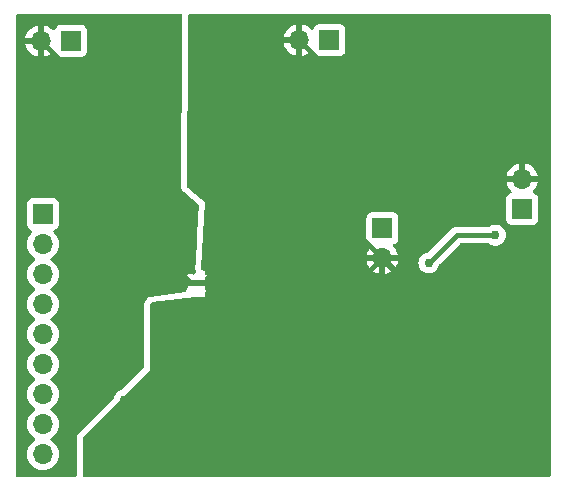
<source format=gbr>
%TF.GenerationSoftware,KiCad,Pcbnew,8.0.5*%
%TF.CreationDate,2024-10-20T10:55:42-04:00*%
%TF.ProjectId,power_glitcher,706f7765-725f-4676-9c69-74636865722e,rev?*%
%TF.SameCoordinates,Original*%
%TF.FileFunction,Copper,L2,Bot*%
%TF.FilePolarity,Positive*%
%FSLAX46Y46*%
G04 Gerber Fmt 4.6, Leading zero omitted, Abs format (unit mm)*
G04 Created by KiCad (PCBNEW 8.0.5) date 2024-10-20 10:55:42*
%MOMM*%
%LPD*%
G01*
G04 APERTURE LIST*
%TA.AperFunction,EtchedComponent*%
%ADD10C,0.000000*%
%TD*%
%TA.AperFunction,ComponentPad*%
%ADD11R,1.700000X1.700000*%
%TD*%
%TA.AperFunction,ComponentPad*%
%ADD12O,1.700000X1.700000*%
%TD*%
%TA.AperFunction,SMDPad,CuDef*%
%ADD13C,0.500000*%
%TD*%
%TA.AperFunction,ViaPad*%
%ADD14C,0.762000*%
%TD*%
%TA.AperFunction,ViaPad*%
%ADD15C,1.270000*%
%TD*%
%TA.AperFunction,Conductor*%
%ADD16C,0.381000*%
%TD*%
%TA.AperFunction,Conductor*%
%ADD17C,0.254000*%
%TD*%
%TA.AperFunction,Conductor*%
%ADD18C,0.508000*%
%TD*%
G04 APERTURE END LIST*
D10*
%TA.AperFunction,EtchedComponent*%
%TO.C,NT1*%
G36*
X96620000Y-77340000D02*
G01*
X95620000Y-77340000D01*
X95620000Y-76840000D01*
X96620000Y-76840000D01*
X96620000Y-77340000D01*
G37*
%TD.AperFunction*%
%TD*%
D11*
%TO.P,J5,1,Pin_1*%
%TO.N,Net-(J5-Pin_1)*%
X111810800Y-72440800D03*
D12*
%TO.P,J5,2,Pin_2*%
%TO.N,AGND*%
X111810800Y-74980800D03*
%TD*%
D11*
%TO.P,J4,1,Pin_1*%
%TO.N,/out*%
X123647200Y-70820200D03*
D12*
%TO.P,J4,2,Pin_2*%
%TO.N,AGND*%
X123647200Y-68280200D03*
%TD*%
D11*
%TO.P,J3,1,Pin_1*%
%TO.N,AVCC*%
X107325000Y-56515000D03*
D12*
%TO.P,J3,2,Pin_2*%
%TO.N,AGND*%
X104785000Y-56515000D03*
%TD*%
D11*
%TO.P,J2,1,Pin_1*%
%TO.N,DVCC*%
X85450600Y-56565800D03*
D12*
%TO.P,J2,2,Pin_2*%
%TO.N,DGND*%
X82910600Y-56565800D03*
%TD*%
D11*
%TO.P,J1,1,Pin_1*%
%TO.N,Net-(J1-Pin_1)*%
X83058000Y-71247000D03*
D12*
%TO.P,J1,2,Pin_2*%
%TO.N,Net-(J1-Pin_2)*%
X83058000Y-73787000D03*
%TO.P,J1,3,Pin_3*%
%TO.N,Net-(J1-Pin_3)*%
X83058000Y-76327000D03*
%TO.P,J1,4,Pin_4*%
%TO.N,Net-(J1-Pin_4)*%
X83058000Y-78867000D03*
%TO.P,J1,5,Pin_5*%
%TO.N,Net-(J1-Pin_5)*%
X83058000Y-81407000D03*
%TO.P,J1,6,Pin_6*%
%TO.N,Net-(J1-Pin_6)*%
X83058000Y-83947000D03*
%TO.P,J1,7,Pin_7*%
%TO.N,Net-(J1-Pin_7)*%
X83058000Y-86487000D03*
%TO.P,J1,8,Pin_8*%
%TO.N,Net-(J1-Pin_8)*%
X83058000Y-89027000D03*
%TO.P,J1,9,Pin_9*%
%TO.N,Net-(J1-Pin_9)*%
X83058000Y-91567000D03*
%TD*%
D13*
%TO.P,NT1,1,1*%
%TO.N,DGND*%
X95620000Y-77090000D03*
%TO.P,NT1,2,2*%
%TO.N,AGND*%
X96620000Y-77090000D03*
%TD*%
D14*
%TO.N,Net-(R1-Pad2)*%
X121380000Y-73020000D03*
X115740000Y-75370000D03*
%TO.N,AGND*%
X89930000Y-87000000D03*
D15*
X117880000Y-68780000D03*
X118417099Y-58709369D03*
D14*
X112520000Y-63680000D03*
X107480000Y-63890000D03*
D15*
X114210000Y-87440000D03*
D14*
X100100000Y-82680000D03*
X100830000Y-87390000D03*
X102060000Y-78360000D03*
X100290000Y-71950000D03*
X100100000Y-76900000D03*
X96126000Y-80946000D03*
%TO.N,DGND*%
X95100000Y-70810000D03*
X93218000Y-77114400D03*
X85344000Y-64363600D03*
X91389200Y-65430400D03*
%TD*%
D16*
%TO.N,AGND*%
X96126000Y-80946000D02*
X96092000Y-80946000D01*
D17*
X96126000Y-80946000D02*
X96135200Y-80946000D01*
X96135200Y-80946000D02*
X96164400Y-80975200D01*
D16*
X96092000Y-80946000D02*
X90038000Y-87000000D01*
X96126000Y-80946000D02*
X96126000Y-82686000D01*
X96126000Y-82686000D02*
X100830000Y-87390000D01*
%TO.N,Net-(R1-Pad2)*%
X121380000Y-73020000D02*
X118090000Y-73020000D01*
X118090000Y-73020000D02*
X115740000Y-75370000D01*
D17*
%TO.N,AGND*%
X89930000Y-87000000D02*
X90038000Y-87000000D01*
D18*
X96620000Y-77090000D02*
X99910000Y-77090000D01*
X99910000Y-77090000D02*
X100100000Y-76900000D01*
%TO.N,DGND*%
X93218000Y-77114400D02*
X95595600Y-77114400D01*
X95595600Y-77114400D02*
X95620000Y-77090000D01*
D16*
X82910600Y-56565800D02*
X85344000Y-58999200D01*
X85344000Y-58999200D02*
X85344000Y-64363600D01*
%TO.N,AGND*%
X111810800Y-74980800D02*
X107480000Y-70650000D01*
X107480000Y-70650000D02*
X107480000Y-63890000D01*
D18*
X117880000Y-68780000D02*
X118360000Y-68780000D01*
X118360000Y-68780000D02*
X118859800Y-68280200D01*
X118859800Y-68280200D02*
X123647200Y-68280200D01*
X118417099Y-58709369D02*
X123647200Y-63939470D01*
X123647200Y-63939470D02*
X123647200Y-68280200D01*
D16*
X107480000Y-63890000D02*
X112310000Y-63890000D01*
X112310000Y-63890000D02*
X112520000Y-63680000D01*
X112670000Y-63680000D02*
X112520000Y-63680000D01*
X113390000Y-63680000D02*
X112670000Y-63680000D01*
X118370000Y-58700000D02*
X113390000Y-63680000D01*
X107480000Y-63890000D02*
X107480000Y-59210000D01*
X107480000Y-59210000D02*
X104785000Y-56515000D01*
D18*
X114210000Y-87440000D02*
X114210000Y-77380000D01*
X114210000Y-77380000D02*
X111810800Y-74980800D01*
D16*
X100100000Y-82680000D02*
X98395200Y-80975200D01*
X98395200Y-80975200D02*
X96164400Y-80975200D01*
X102060000Y-78360000D02*
X108431600Y-78360000D01*
X108431600Y-78360000D02*
X111810800Y-74980800D01*
X102060000Y-78360000D02*
X101420400Y-78360000D01*
X101420400Y-78360000D02*
X100100000Y-77039600D01*
%TO.N,DGND*%
X95100000Y-70810000D02*
X95100000Y-75232400D01*
X95100000Y-75232400D02*
X93218000Y-77114400D01*
D17*
%TO.N,AGND*%
X100100000Y-76900000D02*
X100290000Y-76710000D01*
D16*
X100290000Y-76710000D02*
X100290000Y-71950000D01*
D17*
X100100000Y-76900000D02*
X100100000Y-77039600D01*
D16*
X100100000Y-77039600D02*
X96164400Y-80975200D01*
%TO.N,DGND*%
X85344000Y-64363600D02*
X90322400Y-64363600D01*
X90322400Y-64363600D02*
X91389200Y-65430400D01*
%TD*%
%TA.AperFunction,Conductor*%
%TO.N,DGND*%
G36*
X94805580Y-54317385D02*
G01*
X94851335Y-54370189D01*
X94862538Y-54422448D01*
X94851632Y-56224404D01*
X94851405Y-56261941D01*
X94849874Y-56514912D01*
X94774865Y-68907855D01*
X94774866Y-68907863D01*
X94780762Y-68987958D01*
X94780765Y-68987983D01*
X94786751Y-69026793D01*
X94786754Y-69026809D01*
X94802288Y-69092396D01*
X94805259Y-69104941D01*
X94868473Y-69234191D01*
X94907790Y-69291949D01*
X94907793Y-69291952D01*
X95004854Y-69398154D01*
X95004857Y-69398156D01*
X95705685Y-69973670D01*
X96118893Y-70312993D01*
X96222924Y-70398423D01*
X96262241Y-70456181D01*
X96268050Y-70500939D01*
X96213248Y-71515674D01*
X96117566Y-73287328D01*
X96005087Y-75369999D01*
X95980536Y-75824589D01*
X95980535Y-75824598D01*
X95980290Y-75829123D01*
X95979676Y-75867565D01*
X95980093Y-75886417D01*
X95982400Y-75924755D01*
X95982400Y-75924759D01*
X96013708Y-76052197D01*
X96010586Y-76121997D01*
X96003680Y-76138259D01*
X95926141Y-76289812D01*
X95878082Y-76340528D01*
X95810233Y-76357210D01*
X95788169Y-76354227D01*
X95787946Y-76354176D01*
X95620004Y-76335254D01*
X95619996Y-76335254D01*
X95452058Y-76354175D01*
X95452053Y-76354176D01*
X95293285Y-76409732D01*
X95671356Y-76787803D01*
X95172118Y-77763587D01*
X95172115Y-77763588D01*
X95169741Y-77768230D01*
X95121682Y-77818946D01*
X95076060Y-77834620D01*
X92208217Y-78224647D01*
X92208202Y-78224650D01*
X92162901Y-78234130D01*
X92137893Y-78239364D01*
X92120590Y-78244291D01*
X92104091Y-78248989D01*
X92036609Y-78273506D01*
X91914878Y-78350229D01*
X91861678Y-78395513D01*
X91766504Y-78503412D01*
X91766503Y-78503413D01*
X91766501Y-78503416D01*
X91705580Y-78633756D01*
X91705578Y-78633761D01*
X91685307Y-78700608D01*
X91685305Y-78700619D01*
X91663572Y-78842858D01*
X91616767Y-84150615D01*
X91596492Y-84217479D01*
X91581064Y-84236588D01*
X89721695Y-86122145D01*
X89660608Y-86156058D01*
X89659187Y-86156369D01*
X89656098Y-86157025D01*
X89486822Y-86232392D01*
X89336909Y-86341311D01*
X89336906Y-86341313D01*
X89212923Y-86479012D01*
X89120273Y-86639489D01*
X89120270Y-86639496D01*
X89084479Y-86749645D01*
X89054841Y-86798391D01*
X86115487Y-89779145D01*
X86081590Y-89817175D01*
X86065934Y-89836632D01*
X86065932Y-89836635D01*
X86036063Y-89877845D01*
X86036055Y-89877858D01*
X85975562Y-90008381D01*
X85975556Y-90008397D01*
X85956038Y-90073517D01*
X85955597Y-90074909D01*
X85955495Y-90075336D01*
X85934226Y-90217617D01*
X85934226Y-90217625D01*
X85916555Y-93380748D01*
X85915038Y-93380739D01*
X85900040Y-93442805D01*
X85849515Y-93491065D01*
X85792598Y-93504900D01*
X80888500Y-93504900D01*
X80821461Y-93485215D01*
X80775706Y-93432411D01*
X80764500Y-93380900D01*
X80764500Y-73786999D01*
X81702341Y-73786999D01*
X81702341Y-73787000D01*
X81722936Y-74022403D01*
X81722938Y-74022413D01*
X81784094Y-74250655D01*
X81784096Y-74250659D01*
X81784097Y-74250663D01*
X81853626Y-74399768D01*
X81883965Y-74464830D01*
X81883967Y-74464834D01*
X82019501Y-74658395D01*
X82019506Y-74658402D01*
X82186597Y-74825493D01*
X82186603Y-74825498D01*
X82372158Y-74955425D01*
X82415783Y-75010002D01*
X82422977Y-75079500D01*
X82391454Y-75141855D01*
X82372158Y-75158575D01*
X82186597Y-75288505D01*
X82019505Y-75455597D01*
X81883965Y-75649169D01*
X81883964Y-75649171D01*
X81784098Y-75863335D01*
X81784094Y-75863344D01*
X81722938Y-76091586D01*
X81722936Y-76091596D01*
X81702341Y-76326999D01*
X81702341Y-76327000D01*
X81722936Y-76562403D01*
X81722938Y-76562413D01*
X81784094Y-76790655D01*
X81784096Y-76790659D01*
X81784097Y-76790663D01*
X81845368Y-76922058D01*
X81883965Y-77004830D01*
X81883967Y-77004834D01*
X82019501Y-77198395D01*
X82019506Y-77198402D01*
X82186597Y-77365493D01*
X82186603Y-77365498D01*
X82372158Y-77495425D01*
X82415783Y-77550002D01*
X82422977Y-77619500D01*
X82391454Y-77681855D01*
X82372158Y-77698575D01*
X82186597Y-77828505D01*
X82019505Y-77995597D01*
X81883965Y-78189169D01*
X81883964Y-78189171D01*
X81784098Y-78403335D01*
X81784094Y-78403344D01*
X81722938Y-78631586D01*
X81722936Y-78631596D01*
X81702341Y-78866999D01*
X81702341Y-78867000D01*
X81722936Y-79102403D01*
X81722938Y-79102413D01*
X81784094Y-79330655D01*
X81784096Y-79330659D01*
X81784097Y-79330663D01*
X81883965Y-79544830D01*
X81883967Y-79544834D01*
X82019501Y-79738395D01*
X82019506Y-79738402D01*
X82186597Y-79905493D01*
X82186603Y-79905498D01*
X82372158Y-80035425D01*
X82415783Y-80090002D01*
X82422977Y-80159500D01*
X82391454Y-80221855D01*
X82372158Y-80238575D01*
X82186597Y-80368505D01*
X82019505Y-80535597D01*
X81883965Y-80729169D01*
X81883964Y-80729171D01*
X81784098Y-80943335D01*
X81784094Y-80943344D01*
X81722938Y-81171586D01*
X81722936Y-81171596D01*
X81702341Y-81406999D01*
X81702341Y-81407000D01*
X81722936Y-81642403D01*
X81722938Y-81642413D01*
X81784094Y-81870655D01*
X81784096Y-81870659D01*
X81784097Y-81870663D01*
X81883965Y-82084830D01*
X81883967Y-82084834D01*
X82019501Y-82278395D01*
X82019506Y-82278402D01*
X82186597Y-82445493D01*
X82186603Y-82445498D01*
X82372158Y-82575425D01*
X82415783Y-82630002D01*
X82422977Y-82699500D01*
X82391454Y-82761855D01*
X82372158Y-82778575D01*
X82186597Y-82908505D01*
X82019505Y-83075597D01*
X81883965Y-83269169D01*
X81883964Y-83269171D01*
X81784098Y-83483335D01*
X81784094Y-83483344D01*
X81722938Y-83711586D01*
X81722936Y-83711596D01*
X81702341Y-83946999D01*
X81702341Y-83947000D01*
X81722936Y-84182403D01*
X81722938Y-84182413D01*
X81784094Y-84410655D01*
X81784096Y-84410659D01*
X81784097Y-84410663D01*
X81883965Y-84624830D01*
X81883967Y-84624834D01*
X82019501Y-84818395D01*
X82019506Y-84818402D01*
X82186597Y-84985493D01*
X82186603Y-84985498D01*
X82372158Y-85115425D01*
X82415783Y-85170002D01*
X82422977Y-85239500D01*
X82391454Y-85301855D01*
X82372158Y-85318575D01*
X82186597Y-85448505D01*
X82019505Y-85615597D01*
X81883965Y-85809169D01*
X81883964Y-85809171D01*
X81784098Y-86023335D01*
X81784094Y-86023344D01*
X81722938Y-86251586D01*
X81722936Y-86251596D01*
X81702341Y-86486999D01*
X81702341Y-86487000D01*
X81722936Y-86722403D01*
X81722938Y-86722413D01*
X81784094Y-86950655D01*
X81784096Y-86950659D01*
X81784097Y-86950663D01*
X81883965Y-87164830D01*
X81883967Y-87164834D01*
X82019501Y-87358395D01*
X82019506Y-87358402D01*
X82186597Y-87525493D01*
X82186603Y-87525498D01*
X82372158Y-87655425D01*
X82415783Y-87710002D01*
X82422977Y-87779500D01*
X82391454Y-87841855D01*
X82372158Y-87858575D01*
X82186597Y-87988505D01*
X82019505Y-88155597D01*
X81883965Y-88349169D01*
X81883964Y-88349171D01*
X81784098Y-88563335D01*
X81784094Y-88563344D01*
X81722938Y-88791586D01*
X81722936Y-88791596D01*
X81702341Y-89026999D01*
X81702341Y-89027000D01*
X81722936Y-89262403D01*
X81722938Y-89262413D01*
X81784094Y-89490655D01*
X81784096Y-89490659D01*
X81784097Y-89490663D01*
X81883965Y-89704830D01*
X81883967Y-89704834D01*
X82019501Y-89898395D01*
X82019506Y-89898402D01*
X82186597Y-90065493D01*
X82186603Y-90065498D01*
X82372158Y-90195425D01*
X82415783Y-90250002D01*
X82422977Y-90319500D01*
X82391454Y-90381855D01*
X82372158Y-90398575D01*
X82186597Y-90528505D01*
X82019505Y-90695597D01*
X81883965Y-90889169D01*
X81883964Y-90889171D01*
X81784098Y-91103335D01*
X81784094Y-91103344D01*
X81722938Y-91331586D01*
X81722936Y-91331596D01*
X81702341Y-91566999D01*
X81702341Y-91567000D01*
X81722936Y-91802403D01*
X81722938Y-91802413D01*
X81784094Y-92030655D01*
X81784096Y-92030659D01*
X81784097Y-92030663D01*
X81883965Y-92244830D01*
X81883967Y-92244834D01*
X81992281Y-92399521D01*
X82019505Y-92438401D01*
X82186599Y-92605495D01*
X82283384Y-92673265D01*
X82380165Y-92741032D01*
X82380167Y-92741033D01*
X82380170Y-92741035D01*
X82594337Y-92840903D01*
X82822592Y-92902063D01*
X83010918Y-92918539D01*
X83057999Y-92922659D01*
X83058000Y-92922659D01*
X83058001Y-92922659D01*
X83097234Y-92919226D01*
X83293408Y-92902063D01*
X83521663Y-92840903D01*
X83735830Y-92741035D01*
X83929401Y-92605495D01*
X84096495Y-92438401D01*
X84232035Y-92244830D01*
X84331903Y-92030663D01*
X84393063Y-91802408D01*
X84413659Y-91567000D01*
X84393063Y-91331592D01*
X84331903Y-91103337D01*
X84232035Y-90889171D01*
X84096495Y-90695599D01*
X84096494Y-90695597D01*
X83929402Y-90528506D01*
X83929396Y-90528501D01*
X83743842Y-90398575D01*
X83700217Y-90343998D01*
X83693023Y-90274500D01*
X83724546Y-90212145D01*
X83743842Y-90195425D01*
X83766026Y-90179891D01*
X83929401Y-90065495D01*
X84096495Y-89898401D01*
X84232035Y-89704830D01*
X84331903Y-89490663D01*
X84393063Y-89262408D01*
X84413659Y-89027000D01*
X84393063Y-88791592D01*
X84331903Y-88563337D01*
X84232035Y-88349171D01*
X84096495Y-88155599D01*
X84096494Y-88155597D01*
X83929402Y-87988506D01*
X83929396Y-87988501D01*
X83743842Y-87858575D01*
X83700217Y-87803998D01*
X83693023Y-87734500D01*
X83724546Y-87672145D01*
X83743842Y-87655425D01*
X83766026Y-87639891D01*
X83929401Y-87525495D01*
X84096495Y-87358401D01*
X84232035Y-87164830D01*
X84331903Y-86950663D01*
X84393063Y-86722408D01*
X84413659Y-86487000D01*
X84393063Y-86251592D01*
X84331903Y-86023337D01*
X84232035Y-85809171D01*
X84096495Y-85615599D01*
X84096494Y-85615597D01*
X83929402Y-85448506D01*
X83929396Y-85448501D01*
X83743842Y-85318575D01*
X83700217Y-85263998D01*
X83693023Y-85194500D01*
X83724546Y-85132145D01*
X83743842Y-85115425D01*
X83766026Y-85099891D01*
X83929401Y-84985495D01*
X84096495Y-84818401D01*
X84232035Y-84624830D01*
X84331903Y-84410663D01*
X84393063Y-84182408D01*
X84413659Y-83947000D01*
X84393063Y-83711592D01*
X84331903Y-83483337D01*
X84232035Y-83269171D01*
X84096495Y-83075599D01*
X84096494Y-83075597D01*
X83929402Y-82908506D01*
X83929396Y-82908501D01*
X83743842Y-82778575D01*
X83700217Y-82723998D01*
X83693023Y-82654500D01*
X83724546Y-82592145D01*
X83743842Y-82575425D01*
X83766026Y-82559891D01*
X83929401Y-82445495D01*
X84096495Y-82278401D01*
X84232035Y-82084830D01*
X84331903Y-81870663D01*
X84393063Y-81642408D01*
X84413659Y-81407000D01*
X84393063Y-81171592D01*
X84331903Y-80943337D01*
X84232035Y-80729171D01*
X84096495Y-80535599D01*
X84096494Y-80535597D01*
X83929402Y-80368506D01*
X83929396Y-80368501D01*
X83743842Y-80238575D01*
X83700217Y-80183998D01*
X83693023Y-80114500D01*
X83724546Y-80052145D01*
X83743842Y-80035425D01*
X83766026Y-80019891D01*
X83929401Y-79905495D01*
X84096495Y-79738401D01*
X84232035Y-79544830D01*
X84331903Y-79330663D01*
X84393063Y-79102408D01*
X84413659Y-78867000D01*
X84393063Y-78631592D01*
X84331903Y-78403337D01*
X84232035Y-78189171D01*
X84096495Y-77995599D01*
X84096494Y-77995597D01*
X83929402Y-77828506D01*
X83929396Y-77828501D01*
X83743842Y-77698575D01*
X83700217Y-77643998D01*
X83693023Y-77574500D01*
X83724546Y-77512145D01*
X83743842Y-77495425D01*
X83812443Y-77447390D01*
X83929401Y-77365495D01*
X84096495Y-77198401D01*
X84172401Y-77089996D01*
X94865254Y-77089996D01*
X94865254Y-77090003D01*
X94884175Y-77257938D01*
X94884176Y-77257943D01*
X94939732Y-77416714D01*
X95266447Y-77090000D01*
X94939732Y-76763285D01*
X94884176Y-76922053D01*
X94884175Y-76922058D01*
X94865254Y-77089996D01*
X84172401Y-77089996D01*
X84232035Y-77004830D01*
X84331903Y-76790663D01*
X84393063Y-76562408D01*
X84413659Y-76327000D01*
X84393063Y-76091592D01*
X84331903Y-75863337D01*
X84232035Y-75649171D01*
X84227121Y-75642152D01*
X84096494Y-75455597D01*
X83929402Y-75288506D01*
X83929396Y-75288501D01*
X83743842Y-75158575D01*
X83700217Y-75103998D01*
X83693023Y-75034500D01*
X83724546Y-74972145D01*
X83743842Y-74955425D01*
X83812968Y-74907022D01*
X83929401Y-74825495D01*
X84096495Y-74658401D01*
X84232035Y-74464830D01*
X84331903Y-74250663D01*
X84393063Y-74022408D01*
X84413659Y-73787000D01*
X84393063Y-73551592D01*
X84331903Y-73323337D01*
X84232035Y-73109171D01*
X84114555Y-72941392D01*
X84096496Y-72915600D01*
X84036507Y-72855611D01*
X83974567Y-72793671D01*
X83941084Y-72732351D01*
X83946068Y-72662659D01*
X83987939Y-72606725D01*
X84018915Y-72589810D01*
X84150331Y-72540796D01*
X84265546Y-72454546D01*
X84351796Y-72339331D01*
X84402091Y-72204483D01*
X84408500Y-72144873D01*
X84408499Y-70349128D01*
X84402091Y-70289517D01*
X84351796Y-70154669D01*
X84351795Y-70154668D01*
X84351793Y-70154664D01*
X84265547Y-70039455D01*
X84265544Y-70039452D01*
X84150335Y-69953206D01*
X84150328Y-69953202D01*
X84015482Y-69902908D01*
X84015483Y-69902908D01*
X83955883Y-69896501D01*
X83955881Y-69896500D01*
X83955873Y-69896500D01*
X83955864Y-69896500D01*
X82160129Y-69896500D01*
X82160123Y-69896501D01*
X82100516Y-69902908D01*
X81965671Y-69953202D01*
X81965664Y-69953206D01*
X81850455Y-70039452D01*
X81850452Y-70039455D01*
X81764206Y-70154664D01*
X81764202Y-70154671D01*
X81713908Y-70289517D01*
X81707501Y-70349116D01*
X81707501Y-70349123D01*
X81707500Y-70349135D01*
X81707500Y-72144870D01*
X81707501Y-72144876D01*
X81713908Y-72204483D01*
X81764202Y-72339328D01*
X81764206Y-72339335D01*
X81850452Y-72454544D01*
X81850455Y-72454547D01*
X81965664Y-72540793D01*
X81965671Y-72540797D01*
X82097081Y-72589810D01*
X82153015Y-72631681D01*
X82177432Y-72697145D01*
X82162580Y-72765418D01*
X82141430Y-72793673D01*
X82019503Y-72915600D01*
X81883965Y-73109169D01*
X81883964Y-73109171D01*
X81784098Y-73323335D01*
X81784094Y-73323344D01*
X81722938Y-73551586D01*
X81722936Y-73551596D01*
X81702341Y-73786999D01*
X80764500Y-73786999D01*
X80764500Y-56315799D01*
X81579964Y-56315799D01*
X81579964Y-56315800D01*
X82477588Y-56315800D01*
X82444675Y-56372807D01*
X82410600Y-56499974D01*
X82410600Y-56631626D01*
X82444675Y-56758793D01*
X82477588Y-56815800D01*
X81579964Y-56815800D01*
X81637167Y-57029286D01*
X81637170Y-57029292D01*
X81736999Y-57243378D01*
X81872494Y-57436882D01*
X82039517Y-57603905D01*
X82233021Y-57739400D01*
X82447107Y-57839229D01*
X82447116Y-57839233D01*
X82660600Y-57896434D01*
X82660600Y-56998812D01*
X82717607Y-57031725D01*
X82844774Y-57065800D01*
X82976426Y-57065800D01*
X83103593Y-57031725D01*
X83160600Y-56998812D01*
X83160600Y-57896433D01*
X83374083Y-57839233D01*
X83374092Y-57839229D01*
X83588178Y-57739400D01*
X83781678Y-57603908D01*
X83903733Y-57481853D01*
X83965056Y-57448368D01*
X84034748Y-57453352D01*
X84090682Y-57495223D01*
X84107597Y-57526201D01*
X84156802Y-57658128D01*
X84156806Y-57658135D01*
X84243052Y-57773344D01*
X84243055Y-57773347D01*
X84358264Y-57859593D01*
X84358271Y-57859597D01*
X84493117Y-57909891D01*
X84493116Y-57909891D01*
X84500044Y-57910635D01*
X84552727Y-57916300D01*
X86348472Y-57916299D01*
X86408083Y-57909891D01*
X86542931Y-57859596D01*
X86658146Y-57773346D01*
X86744396Y-57658131D01*
X86794691Y-57523283D01*
X86801100Y-57463673D01*
X86801099Y-55667928D01*
X86794691Y-55608317D01*
X86793602Y-55605398D01*
X86744397Y-55473471D01*
X86744393Y-55473464D01*
X86658147Y-55358255D01*
X86658144Y-55358252D01*
X86542935Y-55272006D01*
X86542928Y-55272002D01*
X86408082Y-55221708D01*
X86408083Y-55221708D01*
X86348483Y-55215301D01*
X86348481Y-55215300D01*
X86348473Y-55215300D01*
X86348464Y-55215300D01*
X84552729Y-55215300D01*
X84552723Y-55215301D01*
X84493116Y-55221708D01*
X84358271Y-55272002D01*
X84358264Y-55272006D01*
X84243055Y-55358252D01*
X84243052Y-55358255D01*
X84156806Y-55473464D01*
X84156802Y-55473471D01*
X84107597Y-55605398D01*
X84065726Y-55661332D01*
X84000261Y-55685749D01*
X83931988Y-55670897D01*
X83903734Y-55649746D01*
X83781682Y-55527694D01*
X83588178Y-55392199D01*
X83374092Y-55292370D01*
X83374086Y-55292367D01*
X83160600Y-55235164D01*
X83160600Y-56132788D01*
X83103593Y-56099875D01*
X82976426Y-56065800D01*
X82844774Y-56065800D01*
X82717607Y-56099875D01*
X82660600Y-56132788D01*
X82660600Y-55235164D01*
X82660599Y-55235164D01*
X82447113Y-55292367D01*
X82447107Y-55292370D01*
X82233022Y-55392199D01*
X82233020Y-55392200D01*
X82039526Y-55527686D01*
X82039520Y-55527691D01*
X81872491Y-55694720D01*
X81872486Y-55694726D01*
X81737000Y-55888220D01*
X81736999Y-55888222D01*
X81637170Y-56102307D01*
X81637167Y-56102313D01*
X81579964Y-56315799D01*
X80764500Y-56315799D01*
X80764500Y-54421700D01*
X80784185Y-54354661D01*
X80836989Y-54308906D01*
X80888500Y-54297700D01*
X94738541Y-54297700D01*
X94805580Y-54317385D01*
G37*
%TD.AperFunction*%
%TD*%
%TA.AperFunction,Conductor*%
%TO.N,AGND*%
G36*
X125985339Y-54317385D02*
G01*
X126031094Y-54370189D01*
X126042300Y-54421700D01*
X126042300Y-93380900D01*
X126022615Y-93447939D01*
X125969811Y-93493694D01*
X125918300Y-93504900D01*
X86546064Y-93504900D01*
X86479025Y-93485215D01*
X86433270Y-93432411D01*
X86422066Y-93380207D01*
X86439718Y-90220449D01*
X86459777Y-90153521D01*
X86475419Y-90134081D01*
X92120000Y-84410000D01*
X92169053Y-78847310D01*
X92189328Y-78780449D01*
X92242533Y-78735162D01*
X92276331Y-78725538D01*
X95907427Y-78231709D01*
X95932660Y-78230873D01*
X96675687Y-78282116D01*
X96789999Y-78290000D01*
X96789999Y-78289999D01*
X96790000Y-78290000D01*
X96796874Y-77908451D01*
X96817763Y-77841780D01*
X96871383Y-77796984D01*
X96879900Y-77793646D01*
X96946713Y-77770266D01*
X96946714Y-77770266D01*
X96801972Y-77625524D01*
X96811621Y-77089999D01*
X96973553Y-77089999D01*
X96973553Y-77090001D01*
X97300266Y-77416714D01*
X97300267Y-77416713D01*
X97355824Y-77257943D01*
X97374746Y-77090003D01*
X97374746Y-77089996D01*
X97355824Y-76922056D01*
X97300266Y-76763285D01*
X96973553Y-77089999D01*
X96811621Y-77089999D01*
X96821624Y-76534821D01*
X96946714Y-76409732D01*
X96946713Y-76409731D01*
X96909288Y-76396635D01*
X96852512Y-76355913D01*
X96826765Y-76290961D01*
X96826263Y-76277374D01*
X96830000Y-76070000D01*
X96829999Y-76069999D01*
X96568658Y-75980397D01*
X96511626Y-75940034D01*
X96485470Y-75875245D01*
X96485054Y-75856413D01*
X96485299Y-75851882D01*
X96718012Y-71542935D01*
X110460300Y-71542935D01*
X110460300Y-73338670D01*
X110460301Y-73338676D01*
X110466708Y-73398283D01*
X110517002Y-73533128D01*
X110517006Y-73533135D01*
X110603252Y-73648344D01*
X110603255Y-73648347D01*
X110718464Y-73734593D01*
X110718471Y-73734597D01*
X110752581Y-73747319D01*
X110850398Y-73783802D01*
X110906331Y-73825673D01*
X110930749Y-73891137D01*
X110915898Y-73959410D01*
X110894747Y-73987665D01*
X110772686Y-74109726D01*
X110637200Y-74303220D01*
X110637199Y-74303222D01*
X110537370Y-74517307D01*
X110537367Y-74517313D01*
X110480164Y-74730799D01*
X110480164Y-74730800D01*
X111377788Y-74730800D01*
X111344875Y-74787807D01*
X111310800Y-74914974D01*
X111310800Y-75046626D01*
X111344875Y-75173793D01*
X111377788Y-75230800D01*
X110480164Y-75230800D01*
X110537367Y-75444286D01*
X110537370Y-75444292D01*
X110637199Y-75658378D01*
X110772694Y-75851882D01*
X110939717Y-76018905D01*
X111133221Y-76154400D01*
X111347307Y-76254229D01*
X111347316Y-76254233D01*
X111560800Y-76311434D01*
X111560800Y-75413812D01*
X111617807Y-75446725D01*
X111744974Y-75480800D01*
X111876626Y-75480800D01*
X112003793Y-75446725D01*
X112060800Y-75413812D01*
X112060800Y-76311433D01*
X112274283Y-76254233D01*
X112274292Y-76254229D01*
X112488378Y-76154400D01*
X112681882Y-76018905D01*
X112848905Y-75851882D01*
X112984400Y-75658378D01*
X113084229Y-75444292D01*
X113084232Y-75444286D01*
X113104137Y-75370000D01*
X114853644Y-75370000D01*
X114873013Y-75554286D01*
X114873014Y-75554288D01*
X114930274Y-75730514D01*
X115000346Y-75851882D01*
X115022923Y-75890987D01*
X115066112Y-75938954D01*
X115146906Y-76028686D01*
X115146909Y-76028688D01*
X115146912Y-76028691D01*
X115296822Y-76137607D01*
X115466095Y-76212973D01*
X115466098Y-76212973D01*
X115466101Y-76212975D01*
X115647351Y-76251500D01*
X115832649Y-76251500D01*
X116013899Y-76212975D01*
X116013902Y-76212973D01*
X116013904Y-76212973D01*
X116145460Y-76154400D01*
X116183178Y-76137607D01*
X116333088Y-76028691D01*
X116341900Y-76018905D01*
X116376572Y-75980397D01*
X116457077Y-75890987D01*
X116549726Y-75730513D01*
X116606987Y-75554284D01*
X116611093Y-75515207D01*
X116637675Y-75450594D01*
X116646724Y-75440495D01*
X118339902Y-73747319D01*
X118401225Y-73713834D01*
X118427583Y-73711000D01*
X120791091Y-73711000D01*
X120858130Y-73730685D01*
X120863976Y-73734682D01*
X120936817Y-73787604D01*
X120936818Y-73787604D01*
X120936822Y-73787607D01*
X121038099Y-73832698D01*
X121106095Y-73862973D01*
X121106098Y-73862973D01*
X121106101Y-73862975D01*
X121287351Y-73901500D01*
X121472649Y-73901500D01*
X121653899Y-73862975D01*
X121653902Y-73862973D01*
X121653904Y-73862973D01*
X121710922Y-73837586D01*
X121823178Y-73787607D01*
X121973088Y-73678691D01*
X122097077Y-73540987D01*
X122189726Y-73380513D01*
X122246987Y-73204284D01*
X122266356Y-73020000D01*
X122246987Y-72835716D01*
X122189726Y-72659487D01*
X122097077Y-72499013D01*
X122014811Y-72407647D01*
X121973093Y-72361313D01*
X121973090Y-72361311D01*
X121973089Y-72361310D01*
X121973088Y-72361309D01*
X121823178Y-72252393D01*
X121823177Y-72252392D01*
X121653904Y-72177026D01*
X121653896Y-72177024D01*
X121472649Y-72138500D01*
X121287351Y-72138500D01*
X121106103Y-72177024D01*
X121106095Y-72177026D01*
X120936822Y-72252393D01*
X120936817Y-72252395D01*
X120863976Y-72305318D01*
X120798170Y-72328798D01*
X120791091Y-72329000D01*
X118021940Y-72329000D01*
X117888448Y-72355553D01*
X117888438Y-72355556D01*
X117762695Y-72407640D01*
X117762682Y-72407647D01*
X117649514Y-72483264D01*
X117649510Y-72483267D01*
X115669420Y-74463356D01*
X115608097Y-74496841D01*
X115607520Y-74496965D01*
X115466101Y-74527024D01*
X115466095Y-74527026D01*
X115296822Y-74602392D01*
X115146909Y-74711311D01*
X115146906Y-74711313D01*
X115022922Y-74849014D01*
X114930274Y-75009485D01*
X114873014Y-75185711D01*
X114873013Y-75185713D01*
X114853644Y-75370000D01*
X113104137Y-75370000D01*
X113141436Y-75230800D01*
X112243812Y-75230800D01*
X112276725Y-75173793D01*
X112310800Y-75046626D01*
X112310800Y-74914974D01*
X112276725Y-74787807D01*
X112243812Y-74730800D01*
X113141436Y-74730800D01*
X113141435Y-74730799D01*
X113084232Y-74517313D01*
X113084229Y-74517307D01*
X112984400Y-74303222D01*
X112984399Y-74303220D01*
X112848913Y-74109726D01*
X112848908Y-74109720D01*
X112726853Y-73987665D01*
X112693368Y-73926342D01*
X112698352Y-73856650D01*
X112740224Y-73800717D01*
X112771200Y-73783802D01*
X112869019Y-73747319D01*
X112903126Y-73734598D01*
X112903126Y-73734597D01*
X112903131Y-73734596D01*
X113018346Y-73648346D01*
X113104596Y-73533131D01*
X113154891Y-73398283D01*
X113161300Y-73338673D01*
X113161299Y-71542928D01*
X113154891Y-71483317D01*
X113108877Y-71359948D01*
X113104597Y-71348471D01*
X113104593Y-71348464D01*
X113018347Y-71233255D01*
X113018344Y-71233252D01*
X112903135Y-71147006D01*
X112903128Y-71147002D01*
X112768282Y-71096708D01*
X112768283Y-71096708D01*
X112708683Y-71090301D01*
X112708681Y-71090300D01*
X112708673Y-71090300D01*
X112708664Y-71090300D01*
X110912929Y-71090300D01*
X110912923Y-71090301D01*
X110853316Y-71096708D01*
X110718471Y-71147002D01*
X110718464Y-71147006D01*
X110603255Y-71233252D01*
X110603252Y-71233255D01*
X110517006Y-71348464D01*
X110517002Y-71348471D01*
X110466708Y-71483317D01*
X110460301Y-71542916D01*
X110460301Y-71542923D01*
X110460300Y-71542935D01*
X96718012Y-71542935D01*
X96790000Y-70210000D01*
X96789999Y-70209999D01*
X96789999Y-70209998D01*
X96439699Y-69922335D01*
X122296700Y-69922335D01*
X122296700Y-71718070D01*
X122296701Y-71718076D01*
X122303108Y-71777683D01*
X122353402Y-71912528D01*
X122353406Y-71912535D01*
X122439652Y-72027744D01*
X122439655Y-72027747D01*
X122554864Y-72113993D01*
X122554871Y-72113997D01*
X122689717Y-72164291D01*
X122689716Y-72164291D01*
X122696644Y-72165035D01*
X122749327Y-72170700D01*
X124545072Y-72170699D01*
X124604683Y-72164291D01*
X124739531Y-72113996D01*
X124854746Y-72027746D01*
X124940996Y-71912531D01*
X124991291Y-71777683D01*
X124997700Y-71718073D01*
X124997699Y-69922328D01*
X124991291Y-69862717D01*
X124940996Y-69727869D01*
X124940995Y-69727868D01*
X124940993Y-69727864D01*
X124854747Y-69612655D01*
X124854744Y-69612652D01*
X124739535Y-69526406D01*
X124739528Y-69526402D01*
X124607601Y-69477197D01*
X124551667Y-69435326D01*
X124527250Y-69369862D01*
X124542102Y-69301589D01*
X124563253Y-69273333D01*
X124685308Y-69151278D01*
X124820800Y-68957778D01*
X124920629Y-68743692D01*
X124920632Y-68743686D01*
X124977836Y-68530200D01*
X124080212Y-68530200D01*
X124113125Y-68473193D01*
X124147200Y-68346026D01*
X124147200Y-68214374D01*
X124113125Y-68087207D01*
X124080212Y-68030200D01*
X124977836Y-68030200D01*
X124977835Y-68030199D01*
X124920632Y-67816713D01*
X124920629Y-67816707D01*
X124820800Y-67602622D01*
X124820799Y-67602620D01*
X124685313Y-67409126D01*
X124685308Y-67409120D01*
X124518282Y-67242094D01*
X124324778Y-67106599D01*
X124110692Y-67006770D01*
X124110686Y-67006767D01*
X123897200Y-66949564D01*
X123897200Y-67847188D01*
X123840193Y-67814275D01*
X123713026Y-67780200D01*
X123581374Y-67780200D01*
X123454207Y-67814275D01*
X123397200Y-67847188D01*
X123397200Y-66949564D01*
X123397199Y-66949564D01*
X123183713Y-67006767D01*
X123183707Y-67006770D01*
X122969622Y-67106599D01*
X122969620Y-67106600D01*
X122776126Y-67242086D01*
X122776120Y-67242091D01*
X122609091Y-67409120D01*
X122609086Y-67409126D01*
X122473600Y-67602620D01*
X122473599Y-67602622D01*
X122373770Y-67816707D01*
X122373767Y-67816713D01*
X122316564Y-68030199D01*
X122316564Y-68030200D01*
X123214188Y-68030200D01*
X123181275Y-68087207D01*
X123147200Y-68214374D01*
X123147200Y-68346026D01*
X123181275Y-68473193D01*
X123214188Y-68530200D01*
X122316564Y-68530200D01*
X122373767Y-68743686D01*
X122373770Y-68743692D01*
X122473599Y-68957778D01*
X122609094Y-69151282D01*
X122731146Y-69273334D01*
X122764631Y-69334657D01*
X122759647Y-69404349D01*
X122717775Y-69460282D01*
X122686798Y-69477197D01*
X122554871Y-69526402D01*
X122554864Y-69526406D01*
X122439655Y-69612652D01*
X122439652Y-69612655D01*
X122353406Y-69727864D01*
X122353402Y-69727871D01*
X122303108Y-69862717D01*
X122296701Y-69922316D01*
X122296701Y-69922323D01*
X122296700Y-69922335D01*
X96439699Y-69922335D01*
X95325661Y-69007496D01*
X95286344Y-68949738D01*
X95280357Y-68910920D01*
X95356896Y-56264999D01*
X103454364Y-56264999D01*
X103454364Y-56265000D01*
X104351988Y-56265000D01*
X104319075Y-56322007D01*
X104285000Y-56449174D01*
X104285000Y-56580826D01*
X104319075Y-56707993D01*
X104351988Y-56765000D01*
X103454364Y-56765000D01*
X103511567Y-56978486D01*
X103511570Y-56978492D01*
X103611399Y-57192578D01*
X103746894Y-57386082D01*
X103913917Y-57553105D01*
X104107421Y-57688600D01*
X104321507Y-57788429D01*
X104321516Y-57788433D01*
X104535000Y-57845634D01*
X104535000Y-56948012D01*
X104592007Y-56980925D01*
X104719174Y-57015000D01*
X104850826Y-57015000D01*
X104977993Y-56980925D01*
X105035000Y-56948012D01*
X105035000Y-57845633D01*
X105248483Y-57788433D01*
X105248492Y-57788429D01*
X105462578Y-57688600D01*
X105656078Y-57553108D01*
X105778133Y-57431053D01*
X105839456Y-57397568D01*
X105909148Y-57402552D01*
X105965082Y-57444423D01*
X105981997Y-57475401D01*
X106031202Y-57607328D01*
X106031206Y-57607335D01*
X106117452Y-57722544D01*
X106117455Y-57722547D01*
X106232664Y-57808793D01*
X106232671Y-57808797D01*
X106367517Y-57859091D01*
X106367516Y-57859091D01*
X106372214Y-57859596D01*
X106427127Y-57865500D01*
X108222872Y-57865499D01*
X108282483Y-57859091D01*
X108417331Y-57808796D01*
X108532546Y-57722546D01*
X108618796Y-57607331D01*
X108669091Y-57472483D01*
X108675500Y-57412873D01*
X108675499Y-55617128D01*
X108669091Y-55557517D01*
X108668002Y-55554598D01*
X108618797Y-55422671D01*
X108618793Y-55422664D01*
X108532547Y-55307455D01*
X108532544Y-55307452D01*
X108417335Y-55221206D01*
X108417328Y-55221202D01*
X108282482Y-55170908D01*
X108282483Y-55170908D01*
X108222883Y-55164501D01*
X108222881Y-55164500D01*
X108222873Y-55164500D01*
X108222864Y-55164500D01*
X106427129Y-55164500D01*
X106427123Y-55164501D01*
X106367516Y-55170908D01*
X106232671Y-55221202D01*
X106232664Y-55221206D01*
X106117455Y-55307452D01*
X106117452Y-55307455D01*
X106031206Y-55422664D01*
X106031202Y-55422671D01*
X105981997Y-55554598D01*
X105940126Y-55610532D01*
X105874661Y-55634949D01*
X105806388Y-55620097D01*
X105778134Y-55598946D01*
X105656082Y-55476894D01*
X105462578Y-55341399D01*
X105248492Y-55241570D01*
X105248486Y-55241567D01*
X105035000Y-55184364D01*
X105035000Y-56081988D01*
X104977993Y-56049075D01*
X104850826Y-56015000D01*
X104719174Y-56015000D01*
X104592007Y-56049075D01*
X104535000Y-56081988D01*
X104535000Y-55184364D01*
X104534999Y-55184364D01*
X104321513Y-55241567D01*
X104321507Y-55241570D01*
X104107422Y-55341399D01*
X104107420Y-55341400D01*
X103913926Y-55476886D01*
X103913920Y-55476891D01*
X103746891Y-55643920D01*
X103746886Y-55643926D01*
X103611400Y-55837420D01*
X103611399Y-55837422D01*
X103511570Y-56051507D01*
X103511567Y-56051513D01*
X103454364Y-56264999D01*
X95356896Y-56264999D01*
X95368057Y-54420948D01*
X95388147Y-54354030D01*
X95441227Y-54308596D01*
X95492055Y-54297700D01*
X125918300Y-54297700D01*
X125985339Y-54317385D01*
G37*
%TD.AperFunction*%
%TD*%
M02*

</source>
